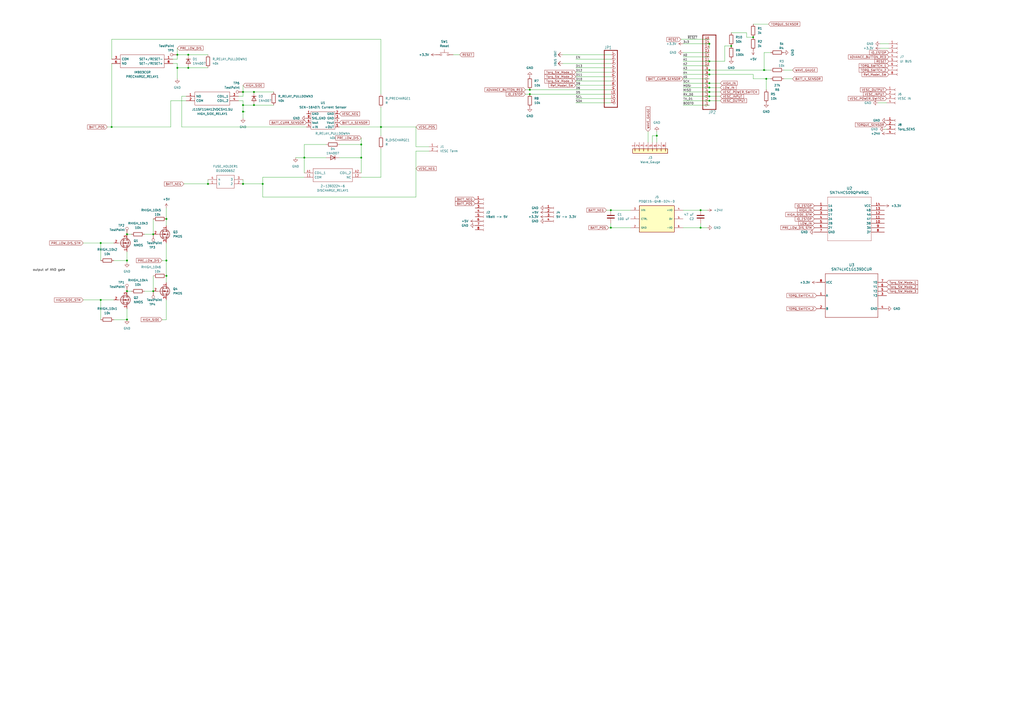
<source format=kicad_sch>
(kicad_sch (version 20230121) (generator eeschema)
  (paper "A2")
  (junction (at 411.48 48.26))
  (junction (at 436.88 21.59))
  (junction (at 411.48 53.34))
  (junction (at 307.34 52.07))
  (junction (at 381 78.74))
  (junction (at 96.52 151.13))
  (junction (at 58.42 140.97))
  (junction (at 444.5 45.72))
  (junction (at 120.65 106.68))
  (junction (at 140.97 60.96))
  (junction (at 88.9 135.89))
  (junction (at 109.22 31.75))
  (junction (at 209.55 91.44))
  (junction (at 147.32 53.34))
  (junction (at 354.33 132.08))
  (junction (at 73.66 135.89))
  (junction (at 64.77 73.66))
  (junction (at 411.48 50.8))
  (junction (at 96.52 127))
  (junction (at 140.97 64.77))
  (junction (at 88.9 168.91))
  (junction (at 176.53 91.44))
  (junction (at 73.66 168.91))
  (junction (at 109.22 39.37))
  (junction (at 411.48 40.64))
  (junction (at 411.48 43.18))
  (junction (at 102.87 39.37))
  (junction (at 152.4 106.68))
  (junction (at 424.18 26.67))
  (junction (at 406.4 132.08))
  (junction (at 140.97 106.68))
  (junction (at 73.66 151.13))
  (junction (at 406.4 121.92))
  (junction (at 73.66 185.42))
  (junction (at 354.33 121.92))
  (junction (at 147.32 60.96))
  (junction (at 307.34 54.61))
  (junction (at 411.48 55.88))
  (junction (at 411.48 25.4))
  (junction (at 96.52 160.02))
  (junction (at 443.23 40.64))
  (junction (at 140.97 53.34))
  (junction (at 209.55 83.82))
  (junction (at 411.48 58.42))
  (junction (at 58.42 173.99))
  (junction (at 411.48 35.56))
  (junction (at 220.98 73.66))
  (junction (at 102.87 31.75))
  (wire (pts (xy 102.87 39.37) (xy 102.87 45.72)))
  (wire (pts (xy 411.48 58.42) (xy 417.83 58.42)) (stroke (width 0.1524)))
  (wire (pts (xy 109.22 31.75) (xy 120.65 31.75)))
  (wire (pts (xy 140.97 60.96) (xy 140.97 64.77)))
  (wire (pts (xy 140.97 104.14) (xy 140.97 106.68)))
  (wire (pts (xy 58.42 151.13) (xy 58.42 140.97)))
  (wire (pts (xy 396.24 132.08) (xy 406.4 132.08)))
  (wire (pts (xy 140.97 55.88) (xy 138.43 55.88)))
  (wire (pts (xy 353.06 132.08) (xy 354.33 132.08)))
  (wire (pts (xy 96.52 140.97) (xy 96.52 151.13)))
  (wire (pts (xy 96.52 151.13) (xy 96.52 160.02)))
  (wire (pts (xy 102.87 31.75) (xy 102.87 34.29)))
  (wire (pts (xy 436.88 13.97) (xy 445.77 13.97)))
  (wire (pts (xy 73.66 151.13) (xy 73.66 152.4)))
  (wire (pts (xy 354.33 57.15) (xy 334.01 57.15)) (stroke (width 0.1524)))
  (wire (pts (xy 152.4 102.87) (xy 176.53 102.87)))
  (wire (pts (xy 96.52 160.02) (xy 96.52 163.83)))
  (wire (pts (xy 152.4 106.68) (xy 152.4 114.3)))
  (wire (pts (xy 73.66 146.05) (xy 73.66 151.13)))
  (wire (pts (xy 107.95 58.42) (xy 99.06 58.42)))
  (wire (pts (xy 411.48 25.4) (xy 411.48 27.94)) (stroke (width 0.1524)))
  (wire (pts (xy 351.79 121.92) (xy 354.33 121.92)))
  (wire (pts (xy 509.27 59.69) (xy 514.35 59.69)))
  (wire (pts (xy 220.98 86.36) (xy 220.98 102.87)))
  (wire (pts (xy 99.06 73.66) (xy 64.77 73.66)))
  (wire (pts (xy 105.41 55.88) (xy 107.95 55.88)))
  (wire (pts (xy 176.53 100.33) (xy 176.53 91.44)))
  (wire (pts (xy 196.85 73.66) (xy 220.98 73.66)))
  (wire (pts (xy 354.33 132.08) (xy 354.33 129.54)))
  (wire (pts (xy 105.41 55.88) (xy 105.41 73.66)))
  (wire (pts (xy 209.55 80.01) (xy 209.55 83.82)))
  (wire (pts (xy 304.8 54.61) (xy 307.34 54.61)) (stroke (width 0.1524)))
  (wire (pts (xy 354.33 44.45) (xy 334.01 44.45)) (stroke (width 0.1524)))
  (wire (pts (xy 140.97 53.34) (xy 147.32 53.34)))
  (wire (pts (xy 307.34 52.07) (xy 354.33 52.07)) (stroke (width 0.1524)))
  (wire (pts (xy 420.37 26.67) (xy 424.18 26.67)))
  (wire (pts (xy 410.21 132.08) (xy 406.4 132.08)))
  (wire (pts (xy 381 78.74) (xy 381 82.55)))
  (wire (pts (xy 140.97 49.53) (xy 140.97 53.34)))
  (wire (pts (xy 96.52 173.99) (xy 96.52 185.42)))
  (wire (pts (xy 354.33 49.53) (xy 334.01 49.53)) (stroke (width 0.1524)))
  (wire (pts (xy 326.39 31.75) (xy 354.33 31.75)) (stroke (width 0.1524)))
  (wire (pts (xy 241.3 73.66) (xy 241.3 85.09)))
  (wire (pts (xy 354.33 121.92) (xy 365.76 121.92)))
  (wire (pts (xy 396.24 53.34) (xy 411.48 53.34)) (stroke (width 0.1524)))
  (wire (pts (xy 334.01 34.29) (xy 354.33 34.29)) (stroke (width 0.1524)))
  (wire (pts (xy 354.33 39.37) (xy 334.01 39.37)) (stroke (width 0.1524)))
  (wire (pts (xy 444.5 45.72) (xy 443.23 45.72)))
  (wire (pts (xy 396.24 25.4) (xy 411.48 25.4)) (stroke (width 0.1524)))
  (wire (pts (xy 105.41 73.66) (xy 177.8 73.66)))
  (wire (pts (xy 83.82 168.91) (xy 88.9 168.91)))
  (wire (pts (xy 444.5 45.72) (xy 444.5 52.07)))
  (wire (pts (xy 176.53 91.44) (xy 189.23 91.44)))
  (wire (pts (xy 354.33 132.08) (xy 365.76 132.08)))
  (wire (pts (xy 396.24 60.96) (xy 411.48 60.96)) (stroke (width 0.1524)))
  (wire (pts (xy 140.97 64.77) (xy 142.24 64.77)))
  (wire (pts (xy 140.97 60.96) (xy 140.97 58.42)))
  (wire (pts (xy 102.87 31.75) (xy 109.22 31.75)))
  (wire (pts (xy 66.04 151.13) (xy 73.66 151.13)))
  (wire (pts (xy 420.37 35.56) (xy 420.37 26.67)))
  (wire (pts (xy 443.23 30.48) (xy 443.23 40.64)))
  (wire (pts (xy 64.77 36.83) (xy 64.77 73.66)))
  (wire (pts (xy 220.98 73.66) (xy 220.98 78.74)))
  (wire (pts (xy 96.52 120.65) (xy 96.52 127)))
  (wire (pts (xy 220.98 54.61) (xy 220.98 22.86)))
  (wire (pts (xy 411.48 48.26) (xy 396.24 48.26)) (stroke (width 0.1524)))
  (wire (pts (xy 436.88 43.18) (xy 436.88 45.72)) (stroke (width 0.1524)))
  (wire (pts (xy 109.22 39.37) (xy 120.65 39.37)))
  (wire (pts (xy 411.48 38.1) (xy 396.24 38.1)) (stroke (width 0.1524)))
  (wire (pts (xy 406.4 132.08) (xy 406.4 129.54)))
  (wire (pts (xy 436.88 45.72) (xy 443.23 45.72)) (stroke (width 0.1524)))
  (wire (pts (xy 76.2 168.91) (xy 73.66 168.91)))
  (wire (pts (xy 411.48 43.18) (xy 396.24 43.18)) (stroke (width 0.1524)))
  (wire (pts (xy 354.33 36.83) (xy 326.39 36.83)) (stroke (width 0.1524)))
  (wire (pts (xy 424.18 19.05) (xy 433.07 19.05)))
  (wire (pts (xy 454.66 40.64) (xy 459.74 40.64)))
  (wire (pts (xy 411.48 55.88) (xy 417.83 55.88)) (stroke (width 0.1524)))
  (wire (pts (xy 140.97 60.96) (xy 147.32 60.96)))
  (wire (pts (xy 378.46 78.74) (xy 381 78.74)))
  (wire (pts (xy 375.92 76.2) (xy 375.92 82.55)))
  (wire (pts (xy 58.42 173.99) (xy 66.04 173.99)))
  (wire (pts (xy 307.34 54.61) (xy 309.88 54.61)))
  (wire (pts (xy 100.33 36.83) (xy 102.87 36.83)))
  (wire (pts (xy 88.9 160.02) (xy 88.9 168.91)))
  (wire (pts (xy 120.65 106.68) (xy 106.68 106.68)))
  (wire (pts (xy 411.48 40.64) (xy 443.23 40.64)) (stroke (width 0.1524)))
  (wire (pts (xy 220.98 22.86) (xy 64.77 22.86)))
  (wire (pts (xy 120.65 104.14) (xy 120.65 106.68)))
  (wire (pts (xy 241.3 87.63) (xy 248.92 87.63)))
  (wire (pts (xy 396.24 58.42) (xy 411.48 58.42)) (stroke (width 0.1524)))
  (wire (pts (xy 411.48 50.8) (xy 396.24 50.8)) (stroke (width 0.1524)))
  (wire (pts (xy 443.23 40.64) (xy 447.04 40.64)) (stroke (width 0.1524)))
  (wire (pts (xy 510.54 25.4) (xy 515.62 25.4)))
  (wire (pts (xy 241.3 73.66) (xy 220.98 73.66)))
  (wire (pts (xy 102.87 39.37) (xy 109.22 39.37)))
  (wire (pts (xy 396.24 121.92) (xy 406.4 121.92)))
  (wire (pts (xy 196.85 83.82) (xy 209.55 83.82)))
  (wire (pts (xy 309.88 54.61) (xy 354.33 54.61)) (stroke (width 0.1524)))
  (wire (pts (xy 411.48 48.26) (xy 417.83 48.26)) (stroke (width 0.1524)))
  (wire (pts (xy 147.32 60.96) (xy 158.75 60.96)))
  (wire (pts (xy 411.48 50.8) (xy 417.83 50.8)) (stroke (width 0.1524)))
  (wire (pts (xy 334.01 46.99) (xy 354.33 46.99)) (stroke (width 0.1524)))
  (wire (pts (xy 411.48 22.86) (xy 398.78 22.86)) (stroke (width 0.1524)))
  (wire (pts (xy 138.43 58.42) (xy 140.97 58.42)))
  (wire (pts (xy 147.32 53.34) (xy 158.75 53.34)))
  (wire (pts (xy 58.42 173.99) (xy 58.42 185.42)))
  (wire (pts (xy 411.48 33.02) (xy 396.24 33.02)) (stroke (width 0.1524)))
  (wire (pts (xy 420.37 35.56) (xy 411.48 35.56)))
  (wire (pts (xy 96.52 151.13) (xy 93.98 151.13)))
  (wire (pts (xy 396.24 45.72) (xy 411.48 45.72)) (stroke (width 0.1524)))
  (wire (pts (xy 411.48 43.18) (xy 436.88 43.18)) (stroke (width 0.1524)))
  (wire (pts (xy 411.48 55.88) (xy 396.24 55.88)) (stroke (width 0.1524)))
  (wire (pts (xy 189.23 83.82) (xy 176.53 83.82)))
  (wire (pts (xy 396.24 40.64) (xy 411.48 40.64)) (stroke (width 0.1524)))
  (wire (pts (xy 433.07 19.05) (xy 433.07 21.59)))
  (wire (pts (xy 443.23 30.48) (xy 447.04 30.48)))
  (wire (pts (xy 410.21 121.92) (xy 406.4 121.92)))
  (wire (pts (xy 171.45 91.44) (xy 176.53 91.44)))
  (wire (pts (xy 454.66 45.72) (xy 459.74 45.72)))
  (wire (pts (xy 64.77 22.86) (xy 64.77 34.29)))
  (wire (pts (xy 334.01 59.69) (xy 354.33 59.69)) (stroke (width 0.1524)))
  (wire (pts (xy 378.46 82.55) (xy 378.46 78.74)))
  (wire (pts (xy 140.97 68.58) (xy 140.97 64.77)))
  (wire (pts (xy 394.97 22.86) (xy 398.78 22.86)))
  (wire (pts (xy 209.55 91.44) (xy 209.55 100.33)))
  (wire (pts (xy 513.08 74.93) (xy 514.35 74.93)))
  (wire (pts (xy 99.06 58.42) (xy 99.06 73.66)))
  (wire (pts (xy 96.52 127) (xy 96.52 130.81)))
  (wire (pts (xy 433.07 21.59) (xy 436.88 21.59)))
  (wire (pts (xy 444.5 45.72) (xy 447.04 45.72)))
  (wire (pts (xy 152.4 106.68) (xy 152.4 102.87)))
  (wire (pts (xy 381 76.2) (xy 381 78.74)))
  (wire (pts (xy 93.98 185.42) (xy 96.52 185.42)))
  (wire (pts (xy 304.8 52.07) (xy 307.34 52.07)) (stroke (width 0.1524)))
  (wire (pts (xy 62.23 73.66) (xy 64.77 73.66)))
  (wire (pts (xy 396.24 35.56) (xy 411.48 35.56)) (stroke (width 0.1524)))
  (wire (pts (xy 48.26 173.99) (xy 58.42 173.99)))
  (wire (pts (xy 76.2 135.89) (xy 73.66 135.89)))
  (wire (pts (xy 411.48 53.34) (xy 417.83 53.34)) (stroke (width 0.1524)))
  (wire (pts (xy 196.85 91.44) (xy 209.55 91.44)))
  (wire (pts (xy 396.24 30.48) (xy 411.48 30.48)))
  (wire (pts (xy 241.3 85.09) (xy 248.92 85.09)))
  (wire (pts (xy 102.87 39.37) (xy 102.87 36.83)))
  (wire (pts (xy 48.26 140.97) (xy 58.42 140.97)))
  (wire (pts (xy 88.9 127) (xy 88.9 135.89)))
  (wire (pts (xy 73.66 179.07) (xy 73.66 185.42)))
  (wire (pts (xy 140.97 106.68) (xy 152.4 106.68)))
  (wire (pts (xy 220.98 62.23) (xy 220.98 73.66)))
  (wire (pts (xy 140.97 53.34) (xy 140.97 55.88)))
  (wire (pts (xy 152.4 114.3) (xy 241.3 114.3)))
  (wire (pts (xy 66.04 185.42) (xy 73.66 185.42)))
  (wire (pts (xy 443.23 40.64) (xy 444.5 40.64)))
  (wire (pts (xy 58.42 140.97) (xy 66.04 140.97)))
  (wire (pts (xy 220.98 102.87) (xy 209.55 102.87)))
  (wire (pts (xy 241.3 87.63) (xy 241.3 114.3)))
  (wire (pts (xy 176.53 83.82) (xy 176.53 91.44)))
  (wire (pts (xy 102.87 27.94) (xy 102.87 31.75)))
  (wire (pts (xy 334.01 41.91) (xy 354.33 41.91)) (stroke (width 0.1524)))
  (wire (pts (xy 83.82 135.89) (xy 88.9 135.89)))
  (wire (pts (xy 102.87 34.29) (xy 100.33 34.29)))
  (wire (pts (xy 209.55 83.82) (xy 209.55 91.44)))
  (wire (pts (xy 262.89 31.75) (xy 266.7 31.75)))
  (wire (pts (xy 510.54 27.94) (xy 515.62 27.94)))
  (label "D11" (at 334.01 44.45 0) (effects (font (size 1.2446 1.2446))))
  (label "A3" (at 396.24 40.64 0) (effects (font (size 1.2446 1.2446))))
  (label "output of AND gate" (at 19.05 157.48 0))
  (label "MOSI" (at 396.24 50.8 0) (effects (font (size 1.2446 1.2446))))
  (label "3v3" (at 396.24 25.4 0))
  (label "A5" (at 396.24 45.72 0) (effects (font (size 1.2446 1.2446))))
  (label "D13" (at 334.01 39.37 0) (effects (font (size 1.2446 1.2446))))
  (label "EN" (at 334.01 34.29 0) (effects (font (size 1.2446 1.2446))))
  (label "D5" (at 334.01 54.61 0) (effects (font (size 1.2446 1.2446))))
  (label "RX_D0" (at 396.24 55.88 0) (effects (font (size 1.2446 1.2446))))
  (label "SDA" (at 334.01 59.69 0) (effects (font (size 1.2446 1.2446))))
  (label "D6" (at 334.01 52.07 0) (effects (font (size 1.2446 1.2446))))
  (label "D9" (at 334.01 49.53 0) (effects (font (size 1.2446 1.2446))))
  (label "A2" (at 396.24 38.1 0) (effects (font (size 1.2446 1.2446))))
  (label "D10" (at 334.01 46.99 0) (effects (font (size 1.2446 1.2446))))
  (label "TX_D1" (at 396.24 58.42 0) (effects (font (size 1.2446 1.2446))))
  (label "A0" (at 396.24 33.02 0) (effects (font (size 1.2446 1.2446))))
  (label "SCL" (at 334.01 57.15 0) (effects (font (size 1.2446 1.2446))))
  (label "MISO" (at 396.24 53.34 0) (effects (font (size 1.2446 1.2446))))
  (label "A1" (at 396.24 35.56 0) (effects (font (size 1.2446 1.2446))))
  (label "A4" (at 396.24 43.18 0) (effects (font (size 1.2446 1.2446))))
  (label "D12" (at 334.01 41.91 0) (effects (font (size 1.2446 1.2446))))
  (label "~{RESET}" (at 398.78 22.86 0) (effects (font (size 1.2446 1.2446))))
  (label "BOOT0" (at 396.24 60.96 0) (effects (font (size 1.2446 1.2446))))
  (label "SCK" (at 396.24 48.26 0) (effects (font (size 1.2446 1.2446))))
  (global_label "VESC_POS" (shape input) (at 241.3 73.66 0) (property "Intersheetrefs" "${INTERSHEET_REFS}" (effects hide)))
  (global_label "BATT_V_SENSOR" (shape input) (at 196.85 71.12 0) (property "Intersheetrefs" "${INTERSHEET_REFS}" (effects hide)))
  (global_label "HIGH_SIDE" (shape input) (at 93.98 185.42 180) (property "Intersheetrefs" "${INTERSHEET_REFS}" (effects hide)))
  (global_label "VESC_INPUT" (shape input) (at 514.35 54.61 180) (property "Intersheetrefs" "${INTERSHEET_REFS}" (effects hide)))
  (global_label "TORQUE_SENSOR" (shape input) (at 445.77 13.97 0) (property "Intersheetrefs" "${INTERSHEET_REFS}" (effects hide)))
  (global_label "LOW_IN" (shape input) (at 472.44 129.54 180) (property "Intersheetrefs" "${INTERSHEET_REFS}" (effects hide)))
  (global_label "Torq_SW_Mode_2" (shape input) (at 514.35 166.37 0) (property "Intersheetrefs" "${INTERSHEET_REFS}" (effects hide)))
  (global_label "Torq_SW_Mode_1" (shape input) (at 514.35 163.83 0) (property "Intersheetrefs" "${INTERSHEET_REFS}" (effects hide)))
  (global_label "PRE_LOW_DIS" (shape input) (at 102.87 27.94 0) (property "Intersheetrefs" "${INTERSHEET_REFS}" (effects hide)))
  (global_label "BATT_NEG" (shape input) (at 351.79 121.92 180) (property "Intersheetrefs" "${INTERSHEET_REFS}" (effects hide)))
  (global_label "BATT_POS" (shape input) (at 353.06 132.08 180) (property "Intersheetrefs" "${INTERSHEET_REFS}" (effects hide)))
  (global_label "VESC_POWER_SWITCH" (shape input) (at 417.83 53.34 0) (property "Intersheetrefs" "${INTERSHEET_REFS}" (effects hide)))
  (global_label "IO_ESTOP" (shape input) (at 304.8 54.61 180) (property "Intersheetrefs" "${INTERSHEET_REFS}" (effects hide)))
  (global_label "TORQUE_SENSOR" (shape input) (at 514.35 72.39 180) (property "Intersheetrefs" "${INTERSHEET_REFS}" (effects hide)))
  (global_label "HIGH_SIDE" (shape input) (at 140.97 49.53 0) (property "Intersheetrefs" "${INTERSHEET_REFS}" (effects hide)))
  (global_label "PRE_LOW_DIS" (shape input) (at 93.98 151.13 180) (property "Intersheetrefs" "${INTERSHEET_REFS}" (effects hide)))
  (global_label "BATT_V_SENSOR" (shape input) (at 459.74 45.72 0) (property "Intersheetrefs" "${INTERSHEET_REFS}" (effects hide)))
  (global_label "VESC_NEG" (shape input) (at 241.3 97.79 0) (property "Intersheetrefs" "${INTERSHEET_REFS}" (effects hide)))
  (global_label "RESET" (shape input) (at 266.7 31.75 0) (property "Intersheetrefs" "${INTERSHEET_REFS}" (effects hide)))
  (global_label "PRE_LOW_DIS_STM" (shape input) (at 48.26 140.97 180) (property "Intersheetrefs" "${INTERSHEET_REFS}" (effects hide)))
  (global_label "BATT_POS" (shape input) (at 62.23 73.66 180) (property "Intersheetrefs" "${INTERSHEET_REFS}" (effects hide)))
  (global_label "HIGH_IN" (shape input) (at 417.83 48.26 0) (property "Intersheetrefs" "${INTERSHEET_REFS}" (effects hide)))
  (global_label "BATT_CURR_SENSOR" (shape input) (at 396.24 45.72 180) (property "Intersheetrefs" "${INTERSHEET_REFS}" (effects hide)))
  (global_label "IO_ESTOP" (shape input) (at 472.44 127 180) (property "Intersheetrefs" "${INTERSHEET_REFS}" (effects hide)))
  (global_label "WAVE_GAUGE" (shape input) (at 375.92 76.2 90) (property "Intersheetrefs" "${INTERSHEET_REFS}" (effects hide)))
  (global_label "ADVANCE_BUTTON_RED" (shape input) (at 515.62 33.02 180) (property "Intersheetrefs" "${INTERSHEET_REFS}" (effects hide)))
  (global_label "TORQ_SWITCH_2" (shape input) (at 473.71 179.07 180) (property "Intersheetrefs" "${INTERSHEET_REFS}" (effects hide)))
  (global_label "BATT_NEG" (shape input) (at 275.59 115.57 180) (property "Intersheetrefs" "${INTERSHEET_REFS}" (effects hide)))
  (global_label "ADVANCE_BUTTON_RED" (shape input) (at 304.8 52.07 180) (property "Intersheetrefs" "${INTERSHEET_REFS}" (effects hide)))
  (global_label "IO_ESTOP" (shape input) (at 472.44 119.38 180) (property "Intersheetrefs" "${INTERSHEET_REFS}" (effects hide)))
  (global_label "Torq_SW_Mode_3" (shape input) (at 514.35 168.91 0) (property "Intersheetrefs" "${INTERSHEET_REFS}" (effects hide)))
  (global_label "Ref_Model_SW" (shape input) (at 334.01 49.53 180) (property "Intersheetrefs" "${INTERSHEET_REFS}" (effects hide)))
  (global_label "VESC_POWER_SWITCH" (shape input) (at 514.35 57.15 180) (property "Intersheetrefs" "${INTERSHEET_REFS}" (effects hide)))
  (global_label "LOW_IN" (shape input) (at 417.83 50.8 0) (property "Intersheetrefs" "${INTERSHEET_REFS}" (effects hide)))
  (global_label "Torq_SW_Mode_3" (shape input) (at 334.01 46.99 180) (property "Intersheetrefs" "${INTERSHEET_REFS}" (effects hide)))
  (global_label "VESC_OUTPUT" (shape input) (at 514.35 52.07 180) (property "Intersheetrefs" "${INTERSHEET_REFS}" (effects hide)))
  (global_label "HIGH_IN" (shape input) (at 472.44 121.92 180) (property "Intersheetrefs" "${INTERSHEET_REFS}" (effects hide)))
  (global_label "Torq_SW_Mode_1" (shape input) (at 334.01 41.91 180) (property "Intersheetrefs" "${INTERSHEET_REFS}" (effects hide)))
  (global_label "RESET" (shape input) (at 515.62 35.56 180) (property "Intersheetrefs" "${INTERSHEET_REFS}" (effects hide)))
  (global_label "Torq_SW_Mode_2" (shape input) (at 334.01 44.45 180) (property "Intersheetrefs" "${INTERSHEET_REFS}" (effects hide)))
  (global_label "WAVE_GAUGE" (shape input) (at 459.74 40.64 0) (property "Intersheetrefs" "${INTERSHEET_REFS}" (effects hide)))
  (global_label "PRE_LOW_DIS_STM" (shape input) (at 472.44 132.08 180) (property "Intersheetrefs" "${INTERSHEET_REFS}" (effects hide)))
  (global_label "TORQ_SWITCH_2" (shape input) (at 515.62 40.64 180) (property "Intersheetrefs" "${INTERSHEET_REFS}" (effects hide)))
  (global_label "VESC_INPUT" (shape input) (at 417.83 55.88 0) (property "Intersheetrefs" "${INTERSHEET_REFS}" (effects hide)))
  (global_label "BATT_POS" (shape input) (at 275.59 118.11 180) (property "Intersheetrefs" "${INTERSHEET_REFS}" (effects hide)))
  (global_label "PRE_LOW_DIS" (shape input) (at 209.55 80.01 180) (property "Intersheetrefs" "${INTERSHEET_REFS}" (effects hide)))
  (global_label "TORQ_SWITCH_1" (shape input) (at 515.62 38.1 180) (property "Intersheetrefs" "${INTERSHEET_REFS}" (effects hide)))
  (global_label "TORQ_SWITCH_1" (shape input) (at 473.71 171.45 180) (property "Intersheetrefs" "${INTERSHEET_REFS}" (effects hide)))
  (global_label "BATT_CURR_SENSOR" (shape input) (at 177.8 71.12 180) (property "Intersheetrefs" "${INTERSHEET_REFS}" (effects hide)))
  (global_label "VESC_OUTPUT" (shape input) (at 417.83 58.42 0) (property "Intersheetrefs" "${INTERSHEET_REFS}" (effects hide)))
  (global_label "RESET" (shape input) (at 394.97 22.86 180) (property "Intersheetrefs" "${INTERSHEET_REFS}" (effects hide)))
  (global_label "VESC_NEG" (shape input) (at 196.85 66.04 0) (property "Intersheetrefs" "${INTERSHEET_REFS}" (effects hide)))
  (global_label "HIGH_SIDE_STM" (shape input) (at 48.26 173.99 180) (property "Intersheetrefs" "${INTERSHEET_REFS}" (effects hide)))
  (global_label "BATT_NEG" (shape input) (at 106.68 106.68 180) (property "Intersheetrefs" "${INTERSHEET_REFS}" (effects hide)))
  (global_label "IO_ESTOP" (shape input) (at 515.62 30.48 180) (property "Intersheetrefs" "${INTERSHEET_REFS}" (effects hide)))
  (global_label "Ref_Model_SW" (shape input) (at 515.62 43.18 180) (property "Intersheetrefs" "${INTERSHEET_REFS}" (effects hide)))
  (global_label "HIGH_SIDE_STM" (shape input) (at 472.44 124.46 180) (property "Intersheetrefs" "${INTERSHEET_REFS}" (effects hide)))
  (symbol (lib_id "Connector:TestPoint") (at 73.66 168.91 0) (unit 1)
    (property "Reference" "TP1" (at 68.58 163.83 0) (effects (justify left)))
    (property "Value" "TestPoint" (at 63.5 166.37 0) (effects (justify left)))
    (property "Footprint" "TestPoint:TestPoint_THTPad_4.0x4.0mm_Drill2.0mm" (effects hide))
  )
  (symbol (lib_id "Adafruit Feather STM32F405 Express-eagle-import:microbuilder_VBUS") (at 323.85 36.83 90) (unit 1)
    (property "Reference" "#U$02" (effects hide))
    (property "Value" "VBUS" (at 322.834 38.354 0) (effects (font (size 1.27 1.0795)) (justify left bottom)))
  )
  (symbol (lib_id "Transistor_FET:2N7000") (at 71.12 140.97 0) (unit 1)
    (property "Reference" "Q1" (at 77.47 139.6999 0) (effects (justify left)))
    (property "Value" "NMOS" (at 77.47 142.2399 0) (effects (justify left)))
    (property "Footprint" "Library:WEC_NMOS" (effects hide))
    (property "Datasheet" "https://www.vishay.com/docs/70226/70226.pdf" (effects hide))
  )
  (symbol (lib_id "power:+24V") (at 514.35 77.47 90) (unit 1)
    (property "Reference" "#PWR025" (effects hide))
    (property "Value" "+24V" (at 510.54 77.47 90) (effects (justify left)))
  )
  (symbol (lib_id "Device:R") (at 220.98 82.55 180) (unit 1)
    (property "Reference" "R_DISCHARGE1" (at 223.52 81.2799 0) (effects (justify right)))
    (property "Value" "R" (at 223.52 83.8199 0) (effects (justify right)))
    (property "Footprint" "Resistor_THT:R_Axial_Power_L48.0mm_W12.5mm_P55.88mm" (effects hide))
  )
  (symbol (lib_name "GND_1") (lib_id "power:GND") (at 444.5 59.69 0) (unit 1)
    (property "Reference" "#PWR08" (effects hide))
    (property "Value" "GND" (at 444.5 64.77 0))
  )
  (symbol (lib_name "GND_7") (lib_id "power:GND") (at 424.18 34.29 0) (unit 1)
    (property "Reference" "#PWR017" (effects hide))
    (property "Value" "GND" (at 424.18 39.37 0))
  )
  (symbol (lib_id "MECC-SEN-16407:SEN-16407") (at 180.34 64.77 0) (unit 1)
    (property "Reference" "U1" (at 187.325 59.69 0))
    (property "Value" "SEN-16407: Current Sensor" (at 187.325 62.23 0))
    (property "Footprint" "MECC-SEN-16407:SEN-16407" (effects hide))
  )
  (symbol (lib_id "Device:R") (at 307.34 48.26 0) (unit 1)
    (property "Reference" "R7" (at 309.88 46.99 0) (effects (justify left)))
    (property "Value" "10k" (at 309.88 49.53 0) (effects (justify left)))
    (property "Footprint" "Resistor_THT:R_Axial_DIN0204_L3.6mm_D1.6mm_P7.62mm_Horizontal" (effects hide))
  )
  (symbol (lib_id "power:GND") (at 472.44 134.62 270) (unit 1)
    (property "Reference" "#PWR026" (effects hide))
    (property "Value" "GND" (at 468.63 134.62 90) (effects (justify right)))
  )
  (symbol (lib_id "Device:Q_PMOS_DGS") (at 93.98 135.89 0) (unit 1)
    (property "Reference" "Q3" (at 100.33 134.6199 0) (effects (justify left)))
    (property "Value" "PMOS" (at 100.33 137.1599 0) (effects (justify left)))
    (property "Footprint" "Library:WEC_PMOS" (effects hide))
    (property "Datasheet" "https://www.vishay.com/docs/91076/91076.pdf" (effects hide))
  )
  (symbol (lib_id "Device:Q_PMOS_DGS") (at 93.98 168.91 0) (unit 1)
    (property "Reference" "Q4" (at 100.33 167.6399 0) (effects (justify left)))
    (property "Value" "PMOS" (at 100.33 170.1799 0) (effects (justify left)))
    (property "Footprint" "Library:WEC_PMOS" (effects hide))
    (property "Datasheet" "https://www.vishay.com/docs/91076/91076.pdf" (effects hide))
  )
  (symbol (lib_name "GND_1") (lib_id "power:GND") (at 307.34 44.45 180) (unit 1)
    (property "Reference" "#PWR09" (effects hide))
    (property "Value" "GND" (at 307.34 39.37 0))
  )
  (symbol (lib_id "MECC-Discharge-relay:2-1393224-6") (at 176.53 100.33 0) (unit 1)
    (property "Reference" "DISCHARGE_RELAY1" (at 193.04 110.49 0))
    (property "Value" "2-1393224-6" (at 193.04 107.95 0))
    (property "Footprint" "MECC-Discharge-relay:213932246" (effects hide))
    (property "Datasheet" "https://www.te.com/commerce/DocumentDelivery/DDEController?Action=srchrtrv&DocNm=RYII&DocType=Data+Sheet&DocLang=English&PartCntxt=2-1393224-6&DocFormat=pdf" (effects hide))
    (property "Description" "Power Relays, Standard, Monostable, DC, 223 mW Coil Power Rating DC, 112  Coil Resistance, SCHRACK Miniature Power PCB RYII" (effects hide))
    (property "Height" "13" (effects hide))
    (property "Mouser Part Number" "655-2-1393224-6" (effects hide))
    (property "Mouser Price/Stock" "https://www.mouser.co.uk/ProductDetail/TE-Connectivity/2-1393224-6?qs=cmykpc0%252BXL7%2FRi07z8c%2F6w%3D%3D" (effects hide))
    (property "Manufacturer_Name" "TE Connectivity" (effects hide))
    (property "Manufacturer_Part_Number" "2-1393224-6" (effects hide))
  )
  (symbol (lib_id "power:+5V") (at 96.52 120.65 0) (unit 1)
    (property "Reference" "#PWR0102" (effects hide))
    (property "Value" "+5V" (at 96.52 115.57 0))
  )
  (symbol (lib_id "Connector:TestPoint") (at 88.9 135.89 180) (unit 1)
    (property "Reference" "TP3" (at 90.17 143.51 0) (effects (justify left)))
    (property "Value" "TestPoint" (at 93.98 140.97 0) (effects (justify left)))
    (property "Footprint" "TestPoint:TestPoint_THTPad_4.0x4.0mm_Drill2.0mm" (effects hide))
  )
  (symbol (lib_id "Switch:SW_Push") (at 257.81 31.75 0) (unit 1)
    (property "Reference" "SW1" (at 257.81 24.13 0))
    (property "Value" "Reset" (at 257.81 26.67 0))
    (property "Footprint" "Button_Switch_SMD:SW_SPST_SKQG_WithoutStem" (effects hide))
  )
  (symbol (lib_id "MECC-Precharge-relay:IMB03CGR") (at 100.33 36.83 180) (unit 1)
    (property "Reference" "PRECHARGE_RELAY1" (at 82.55 44.45 0))
    (property "Value" "IMB03CGR" (at 82.55 41.91 0))
    (property "Footprint" "MECC-Precharge-relay:IMB03CGR" (effects hide))
    (property "Datasheet" "http://www.te.com/commerce/DocumentDelivery/DDEController?Action=showdoc&DocId=Specification+Or+Standard%7F108-98024%7FG%7Fpdf%7FEnglish%7FENG_SS_108-98024_G.pdf%7F1462041-7" (effects hide))
    (property "Description" "TE CONNECTIVITY - IMB03CGR - RELAY, SIGNAL, 1NO, 250VAC, 220VDC, 2A" (effects hide))
    (property "Height" "5" (effects hide))
    (property "Mouser Part Number" "655-IMB03CGR" (effects hide))
    (property "Mouser Price/Stock" "https://www.mouser.co.uk/ProductDetail/TE-Connectivity/IMB03CGR?qs=g%252BEszo6zu8MDgyfKdF9yIA%3D%3D" (effects hide))
    (property "Manufacturer_Name" "TE Connectivity" (effects hide))
    (property "Manufacturer_Part_Number" "IMB03CGR" (effects hide))
  )
  (symbol (lib_name "GND_1") (lib_id "power:GND") (at 454.66 30.48 90) (unit 1)
    (property "Reference" "#PWR07" (effects hide))
    (property "Value" "GND" (at 459.74 30.48 0))
  )
  (symbol (lib_id "Device:R") (at 62.23 151.13 270) (unit 1)
    (property "Reference" "RHIGH_10k2" (at 62.23 144.78 90))
    (property "Value" "10k" (at 62.23 147.32 90))
    (property "Footprint" "Resistor_THT:R_Axial_DIN0204_L3.6mm_D1.6mm_P7.62mm_Horizontal" (effects hide))
  )
  (symbol (lib_id "Diode:1N4007") (at 109.22 35.56 270) (unit 1)
    (property "Reference" "D1" (at 111.76 34.2899 90) (effects (justify left)))
    (property "Value" "1N4007" (at 111.76 36.8299 90) (effects (justify left)))
    (property "Footprint" "Diode_THT:D_DO-41_SOD81_P10.16mm_Horizontal" (effects hide))
    (property "Datasheet" "http://www.vishay.com/docs/88503/1n4001.pdf" (effects hide))
  )
  (symbol (lib_id "Device:R") (at 92.71 127 90) (unit 1)
    (property "Reference" "RHIGH_10k5" (at 87.63 121.92 90))
    (property "Value" "10k" (at 91.44 124.46 90))
    (property "Footprint" "Resistor_THT:R_Axial_DIN0204_L3.6mm_D1.6mm_P7.62mm_Horizontal" (effects hide))
  )
  (symbol (lib_id "Connector_Generic:Conn_01x08") (at 375.92 87.63 90) (mirror x) (unit 1)
    (property "Reference" "J3" (at 377.19 91.44 90))
    (property "Value" "Wave_Gauge" (at 377.19 93.98 90))
    (property "Footprint" "Connector_RJ:RJ45_Amphenol_RJHSE538X" (effects hide))
  )
  (symbol (lib_id "Device:R") (at 307.34 58.42 180) (unit 1)
    (property "Reference" "R8" (at 309.88 57.15 0) (effects (justify right)))
    (property "Value" "10k" (at 309.88 59.69 0) (effects (justify right)))
    (property "Footprint" "Resistor_THT:R_Axial_DIN0204_L3.6mm_D1.6mm_P7.62mm_Horizontal" (effects hide))
  )
  (symbol (lib_id "power:GND") (at 140.97 68.58 0) (unit 1)
    (property "Reference" "#PWR0104" (effects hide))
    (property "Value" "GND" (at 140.97 73.66 0))
  )
  (symbol (lib_id "Device:R") (at 220.98 58.42 180) (unit 1)
    (property "Reference" "R_PRECHARGE1" (at 223.52 57.1499 0) (effects (justify right)))
    (property "Value" "R" (at 223.52 59.6899 0) (effects (justify right)))
    (property "Footprint" "Resistor_THT:R_Axial_Power_L48.0mm_W12.5mm_P55.88mm" (effects hide))
  )
  (symbol (lib_id "Connector:TestPoint") (at 140.97 53.34 90) (unit 1)
    (property "Reference" "TP6" (at 137.16 48.26 90))
    (property "Value" "TestPoint" (at 134.62 50.8 90))
    (property "Footprint" "TestPoint:TestPoint_THTPad_4.0x4.0mm_Drill2.0mm" (effects hide))
  )
  (symbol (lib_id "SN74HCS09QPWRQ1:SN74HCS09QPWRQ1") (at 472.44 119.38 0) (unit 1)
    (property "Reference" "U2" (at 492.76 109.22 0) (effects (font (size 1.524 1.524))))
    (property "Value" "SN74HCS09QPWRQ1" (at 492.76 111.76 0) (effects (font (size 1.524 1.524))))
    (property "Footprint" "SN74HCS09QPWRQ1:SO14_PW_TEX" (effects hide))
    (property "Datasheet" "SN74HCS09QPWRQ1" (effects hide))
  )
  (symbol (lib_id "Device:R") (at 120.65 35.56 180) (unit 1)
    (property "Reference" "R_RELAY_PULLDOWN1" (at 123.19 34.2899 0) (effects (justify right)))
    (property "Value" "40k" (at 123.19 36.8299 0) (effects (justify right)))
    (property "Footprint" "Resistor_THT:R_Axial_DIN0204_L3.6mm_D1.6mm_P7.62mm_Horizontal" (effects hide))
  )
  (symbol (lib_id "Connector:Conn_01x04_Socket") (at 321.31 123.19 0) (unit 1)
    (property "Reference" "J4" (at 322.58 123.19 0) (effects (justify left)))
    (property "Value" "5V -> 3.3V" (at 322.58 125.73 0) (effects (justify left)))
    (property "Footprint" "Connector_PinHeader_2.54mm:PinHeader_1x04_P2.54mm_Vertical" (effects hide))
  )
  (symbol (lib_id "Device:C") (at 354.33 125.73 0) (unit 1)
    (property "Reference" "C1" (at 358.14 124.46 0) (effects (justify left)))
    (property "Value" "100 uF" (at 358.14 127 0) (effects (justify left)))
    (property "Footprint" "Capacitor_THT:CP_Axial_L11.0mm_D5.0mm_P18.00mm_Horizontal" (effects hide))
  )
  (symbol (lib_id "Device:R") (at 158.75 57.15 180) (unit 1)
    (property "Reference" "R_RELAY_PULLDOWN3" (at 161.29 55.8799 0) (effects (justify right)))
    (property "Value" "40k" (at 161.29 58.4199 0) (effects (justify right)))
    (property "Footprint" "Resistor_THT:R_Axial_DIN0204_L3.6mm_D1.6mm_P7.62mm_Horizontal" (effects hide))
  )
  (symbol (lib_name "GND_6") (lib_id "power:GND") (at 177.8 68.58 270) (unit 1)
    (property "Reference" "#PWR014" (effects hide))
    (property "Value" "GND" (at 173.99 68.58 90) (effects (justify right)))
  )
  (symbol (lib_name "GND_1") (lib_id "power:GND") (at 307.34 62.23 0) (unit 1)
    (property "Reference" "#PWR010" (effects hide))
    (property "Value" "GND" (at 307.34 67.31 0))
  )
  (symbol (lib_id "power:+3.3V") (at 473.71 163.83 90) (unit 1)
    (property "Reference" "#PWR028" (effects hide))
    (property "Value" "+3.3V" (at 469.9 163.83 90) (effects (justify left)))
  )
  (symbol (lib_id "Device:C") (at 406.4 125.73 180) (unit 1)
    (property "Reference" "C2" (at 402.59 127 0) (effects (justify left)))
    (property "Value" "47 uF" (at 402.59 124.46 0) (effects (justify left)))
    (property "Footprint" "Capacitor_THT:CP_Axial_L11.0mm_D5.0mm_P18.00mm_Horizontal" (effects hide))
  )
  (symbol (lib_id "MECC-HV-relay:J115F11AH12VDCSH1.5U") (at 107.95 55.88 0) (unit 1)
    (property "Reference" "HIGH_SIDE_RELAY1" (at 123.19 66.04 0))
    (property "Value" "J115F11AH12VDCSH1.5U" (at 123.19 63.5 0))
    (property "Footprint" "MECC-HV-relay:J115F11AH12VDCSH15U" (effects hide))
    (property "Datasheet" "https://www.citrelay.com/Catalog Pages/RelayCatalog/J115F1.pdf" (effects hide))
    (property "Description" "RELAY GEN PURPOSE SPST 50A 12V" (effects hide))
    (property "Height" "20" (effects hide))
    (property "Manufacturer_Name" "CIT Relay & Switch" (effects hide))
    (property "Manufacturer_Part_Number" "J115F11AH12VDCSH1.5U" (effects hide))
  )
  (symbol (lib_name "+5V_1") (lib_id "power:+5V") (at 436.88 29.21 180) (unit 1)
    (property "Reference" "#PWR015" (effects hide))
    (property "Value" "+5V" (at 436.88 34.29 0))
  )
  (symbol (lib_id "power:GND") (at 73.66 152.4 0) (unit 1)
    (property "Reference" "#PWR0106" (effects hide))
    (property "Value" "GND" (at 73.66 157.48 0))
  )
  (symbol (lib_id "SN74LVC1G139DCUR:SN74LVC1G139DCUR") (at 494.03 171.45 0) (unit 1)
    (property "Reference" "U3" (at 494.03 153.67 0) (effects (font (size 1.524 1.524))))
    (property "Value" "SN74LVC1G139DCUR" (at 494.03 156.21 0) (effects (font (size 1.524 1.524))))
    (property "Footprint" "SN74LVC1G139DCUR:DCU0008A_N" (effects hide))
    (property "Datasheet" "SN74LVC1G139DCUR" (effects hide))
  )
  (symbol (lib_id "power:+3.3V") (at 510.54 27.94 90) (unit 1)
    (property "Reference" "#PWR030" (effects hide))
    (property "Value" "+3.3V" (at 506.73 27.94 90) (effects (justify left)))
  )
  (symbol (lib_id "Device:R") (at 92.71 160.02 90) (unit 1)
    (property "Reference" "RHIGH_10k6" (at 87.63 154.94 90))
    (property "Value" "10k" (at 91.44 157.48 90))
    (property "Footprint" "Resistor_THT:R_Axial_DIN0204_L3.6mm_D1.6mm_P7.62mm_Horizontal" (effects hide))
  )
  (symbol (lib_name "GND_2") (lib_id "power:GND") (at 510.54 25.4 270) (unit 1)
    (property "Reference" "#PWR012" (effects hide))
    (property "Value" "GND" (at 506.73 25.4 90) (effects (justify right)))
  )
  (symbol (lib_id "Diode:1N4007") (at 193.04 91.44 180) (unit 1)
    (property "Reference" "D4" (at 193.04 86.36 0))
    (property "Value" "1N4007" (at 193.04 88.9 0))
    (property "Footprint" "Diode_THT:D_DO-41_SOD81_P10.16mm_Horizontal" (effects hide))
    (property "Datasheet" "http://www.vishay.com/docs/88503/1n4001.pdf" (effects hide))
  )
  (symbol (lib_name "GND_3") (lib_id "power:GND") (at 509.27 59.69 270) (unit 1)
    (property "Reference" "#PWR011" (effects hide))
    (property "Value" "GND" (at 505.46 59.69 90) (effects (justify right)))
  )
  (symbol (lib_id "Device:R") (at 193.04 83.82 270) (unit 1)
    (property "Reference" "R_RELAY_PULLDOWN4" (at 193.04 77.47 90))
    (property "Value" "40k" (at 193.04 80.01 90))
    (property "Footprint" "Resistor_THT:R_Axial_DIN0204_L3.6mm_D1.6mm_P7.62mm_Horizontal" (effects hide))
  )
  (symbol (lib_id "Device:R") (at 436.88 17.78 0) (unit 1)
    (property "Reference" "R1" (at 439.42 16.51 0) (effects (justify left)))
    (property "Value" "3k" (at 439.42 19.05 0) (effects (justify left)))
    (property "Footprint" "Resistor_THT:R_Axial_DIN0204_L3.6mm_D1.6mm_P7.62mm_Horizontal" (effects hide))
  )
  (symbol (lib_id "Connector:Conn_01x02_Socket") (at 254 85.09 0) (unit 1)
    (property "Reference" "J1" (at 255.27 85.09 0) (effects (justify left)))
    (property "Value" "VESC Term" (at 255.27 87.63 0) (effects (justify left)))
    (property "Footprint" "Connector:Banana_Jack_2Pin" (effects hide))
  )
  (symbol (lib_id "power:GND") (at 410.21 132.08 90) (mirror x) (unit 1)
    (property "Reference" "#PWR021" (effects hide))
    (property "Value" "GND" (at 414.02 132.08 90) (effects (justify right)))
  )
  (symbol (lib_id "power:+3.3V") (at 316.23 125.73 90) (unit 1)
    (property "Reference" "#PWR019" (effects hide))
    (property "Value" "+3.3V" (at 312.42 125.73 90) (effects (justify left)))
  )
  (symbol (lib_id "power:+5V") (at 316.23 123.19 90) (unit 1)
    (property "Reference" "#PWR016" (effects hide))
    (property "Value" "+5V" (at 312.42 123.19 90) (effects (justify left)))
  )
  (symbol (lib_id "Diode:1N4007") (at 147.32 57.15 270) (unit 1)
    (property "Reference" "D3" (at 149.86 55.8799 90) (effects (justify left)))
    (property "Value" "1N4007" (at 149.86 58.4199 90) (effects (justify left)))
    (property "Footprint" "Diode_THT:D_DO-41_SOD81_P10.16mm_Horizontal" (effects hide))
    (property "Datasheet" "http://www.vishay.com/docs/88503/1n4001.pdf" (effects hide))
  )
  (symbol (lib_id "power:GND") (at 171.45 91.44 0) (unit 1)
    (property "Reference" "#PWR0105" (effects hide))
    (property "Value" "GND" (at 171.45 96.52 0))
  )
  (symbol (lib_id "Connector:Conn_01x04_Socket") (at 519.43 54.61 0) (unit 1)
    (property "Reference" "J6" (at 520.7 54.61 0) (effects (justify left)))
    (property "Value" "VESC IN" (at 520.7 57.15 0) (effects (justify left)))
    (property "Footprint" "Connector_Molex:Molex_KK-254_AE-6410-04A_1x04_P2.54mm_Vertical" (effects hide))
  )
  (symbol (lib_id "power:+3.3V") (at 252.73 31.75 90) (unit 1)
    (property "Reference" "#PWR031" (effects hide))
    (property "Value" "+3.3V" (at 248.92 31.75 90) (effects (justify left)))
  )
  (symbol (lib_id "power:GND") (at 275.59 130.81 270) (unit 1)
    (property "Reference" "#PWR013" (effects hide))
    (property "Value" "GND" (at 271.78 130.81 90) (effects (justify right)))
  )
  (symbol (lib_id "power:GND") (at 514.35 179.07 90) (unit 1)
    (property "Reference" "#PWR029" (effects hide))
    (property "Value" "GND" (at 518.16 179.07 90) (effects (justify right)))
  )
  (symbol (lib_id "power:+24V") (at 410.21 121.92 270) (mirror x) (unit 1)
    (property "Reference" "#PWR022" (effects hide))
    (property "Value" "+24V" (at 414.02 121.92 90) (effects (justify left)))
  )
  (symbol (lib_id "Device:R") (at 424.18 30.48 0) (unit 1)
    (property "Reference" "R9" (at 426.72 29.21 0) (effects (justify left)))
    (property "Value" "100k" (at 426.72 31.75 0) (effects (justify left)))
    (property "Footprint" "Resistor_THT:R_Axial_DIN0204_L3.6mm_D1.6mm_P7.62mm_Horizontal" (effects hide))
  )
  (symbol (lib_id "Device:R") (at 450.85 40.64 90) (unit 1)
    (property "Reference" "R3" (at 453.39 35.56 90))
    (property "Value" "10k" (at 453.39 38.1 90))
    (property "Footprint" "Resistor_THT:R_Axial_DIN0204_L3.6mm_D1.6mm_P7.62mm_Horizontal" (effects hide))
  )
  (symbol (lib_id "Connector:Conn_01x08_Socket") (at 280.67 123.19 0) (unit 1)
    (property "Reference" "J2" (at 281.94 123.19 0) (effects (justify left)))
    (property "Value" "VBatt -> 5V" (at 281.94 125.73 0) (effects (justify left)))
    (property "Footprint" "Package_SIP:SIP-8_19x3mm_P2.54mm" (effects hide))
  )
  (symbol (lib_id "Device:R") (at 444.5 55.88 180) (unit 1)
    (property "Reference" "R5" (at 447.04 54.61 0) (effects (justify right)))
    (property "Value" "10k" (at 447.04 57.15 0) (effects (justify right)))
    (property "Footprint" "Resistor_THT:R_Axial_DIN0204_L3.6mm_D1.6mm_P7.62mm_Horizontal" (effects hide))
  )
  (symbol (lib_id "power:GND") (at 316.23 120.65 270) (unit 1)
    (property "Reference" "#PWR018" (effects hide))
    (property "Value" "GND" (at 312.42 120.65 90) (effects (justify right)))
  )
  (symbol (lib_id "Connector:Conn_01x08_Socket") (at 520.7 33.02 0) (unit 1)
    (property "Reference" "J7" (at 521.97 33.02 0) (effects (justify left)))
    (property "Value" "UI BUS" (at 521.97 35.56 0) (effects (justify left)))
    (property "Footprint" "Connector_Molex:Molex_KK-254_AE-6410-08A_1x08_P2.54mm_Vertical" (effects hide))
  )
  (symbol (lib_name "GND_3") (lib_id "power:GND") (at 513.08 74.93 270) (unit 1)
    (property "Reference" "#PWR023" (effects hide))
    (property "Value" "GND" (at 509.27 74.93 90) (effects (justify right)))
  )
  (symbol (lib_id "power:+5V") (at 275.59 128.27 90) (unit 1)
    (property "Reference" "#PWR03" (effects hide))
    (property "Value" "+5V" (at 271.78 128.27 90) (effects (justify left)))
  )
  (symbol (lib_name "GND_1") (lib_id "power:GND") (at 381 76.2 180) (unit 1)
    (property "Reference" "#PWR06" (effects hide))
    (property "Value" "GND" (at 381 71.12 0))
  )
  (symbol (lib_id "power:+3.3V") (at 396.24 25.4 90) (unit 1)
    (property "Reference" "#PWR02" (effects hide))
    (property "Value" "+3.3V" (at 392.43 25.4 90) (effects (justify left)))
  )
  (symbol (lib_id "Adafruit Feather STM32F405 Express-eagle-import:microbuilder_HEADER-1X16ROUND") (at 408.94 43.18 180) (unit 1)
    (property "Reference" "JP2" (at 415.29 64.135 0) (effects (font (size 1.778 1.5113)) (justify left bottom)))
    (property "Value" "HEADER-1X16ROUND" (effects hide))
    (property "Footprint" "Connector_PinHeader_2.54mm:PinHeader_1x16_P2.54mm_Vertical" (effects hide))
  )
  (symbol (lib_id "Connector:TestPoint") (at 102.87 31.75 90) (mirror x) (unit 1)
    (property "Reference" "TP5" (at 99.06 29.21 90))
    (property "Value" "TestPoint" (at 96.52 26.67 90))
    (property "Footprint" "TestPoint:TestPoint_THTPad_4.0x4.0mm_Drill2.0mm" (effects hide))
  )
  (symbol (lib_id "Connector:TestPoint") (at 73.66 135.89 0) (unit 1)
    (property "Reference" "TP2" (at 68.58 130.81 0) (effects (justify left)))
    (property "Value" "TestPoint" (at 63.5 133.35 0) (effects (justify left)))
    (property "Footprint" "TestPoint:TestPoint_THTPad_4.0x4.0mm_Drill2.0mm" (effects hide))
  )
  (symbol (lib_id "Device:R") (at 62.23 185.42 270) (unit 1)
    (property "Reference" "RHIGH_10k1" (at 62.23 179.07 90))
    (property "Value" "10k" (at 62.23 181.61 90))
    (property "Footprint" "Resistor_THT:R_Axial_DIN0204_L3.6mm_D1.6mm_P7.62mm_Horizontal" (effects hide))
  )
  (symbol (lib_id "Transistor_FET:2N7000") (at 71.12 173.99 0) (unit 1)
    (property "Reference" "Q2" (at 77.47 172.7199 0) (effects (justify left)))
    (property "Value" "NMOS" (at 77.47 175.2599 0) (effects (justify left)))
    (property "Footprint" "Library:WEC_NMOS" (effects hide))
    (property "Datasheet" "https://www.vishay.com/docs/70226/70226.pdf" (effects hide))
  )
  (symbol (lib_id "power:GND") (at 73.66 185.42 0) (unit 1)
    (property "Reference" "#PWR0101" (effects hide))
    (property "Value" "GND" (at 73.66 190.5 0))
  )
  (symbol (lib_id "Device:R") (at 450.85 30.48 270) (unit 1)
    (property "Reference" "R4" (at 454.66 27.94 90) (effects (justify right)))
    (property "Value" "5k" (at 454.66 25.4 90) (effects (justify right)))
    (property "Footprint" "Resistor_THT:R_Axial_DIN0204_L3.6mm_D1.6mm_P7.62mm_Horizontal" (effects hide))
  )
  (symbol (lib_id "Connector:Conn_01x04_Socket") (at 519.43 72.39 0) (unit 1)
    (property "Reference" "J8" (at 520.7 72.39 0) (effects (justify left)))
    (property "Value" "Torq_SENS" (at 520.7 74.93 0) (effects (justify left)))
    (property "Footprint" "Connector_Molex:Molex_KK-254_AE-6410-04A_1x04_P2.54mm_Vertical" (effects hide))
  )
  (symbol (lib_id "Device:R") (at 424.18 22.86 0) (unit 1)
    (property "Reference" "R10" (at 426.72 21.59 0) (effects (justify left)))
    (property "Value" "50k" (at 426.72 24.13 0) (effects (justify left)))
    (property "Footprint" "Resistor_THT:R_Axial_DIN0204_L3.6mm_D1.6mm_P7.62mm_Horizontal" (effects hide))
  )
  (symbol (lib_id "Device:R") (at 80.01 168.91 270) (unit 1)
    (property "Reference" "RHIGH_10k4" (at 80.01 162.56 90))
    (property "Value" "10k" (at 80.01 165.1 90))
    (property "Footprint" "Resistor_THT:R_Axial_DIN0204_L3.6mm_D1.6mm_P7.62mm_Horizontal" (effects hide))
  )
  (symbol (lib_id "Adafruit Feather STM32F405 Express-eagle-import:microbuilder_VBAT") (at 323.85 31.75 90) (unit 1)
    (property "Reference" "#U$01" (effects hide))
    (property "Value" "VBAT" (at 322.834 33.274 0) (effects (font (size 1.27 1.0795)) (justify left bottom)))
  )
  (symbol (lib_id "Kelvin's_Lib:PDQE15-Q48-D24-D") (at 381 127 0) (unit 1)
    (property "Reference" "J5" (at 381 114.3 0))
    (property "Value" "PDQE15-Q48-D24-D" (at 381 116.84 0))
    (property "Footprint" "PDQE15-Q48-D24-D:CONV_PDQE15-Q48-D24-D" (effects hide))
    (property "PARTREV" "1.0" (effects hide))
    (property "STANDARD" "Manufacturer Recommendations" (effects hide))
    (property "MAXIMUM_PACKAGE_HEIGHT" "11.70mm" (effects hide))
    (property "MANUFACTURER" "CUI Inc." (effects hide))
  )
  (symbol (lib_id "Connector:TestPoint") (at 88.9 168.91 180) (unit 1)
    (property "Reference" "TP4" (at 90.17 176.53 0) (effects (justify left)))
    (property "Value" "TestPoint" (at 93.98 173.99 0) (effects (justify left)))
    (property "Footprint" "TestPoint:TestPoint_THTPad_4.0x4.0mm_Drill2.0mm" (effects hide))
  )
  (symbol (lib_name "GND_3") (lib_id "power:GND") (at 514.35 69.85 270) (unit 1)
    (property "Reference" "#PWR024" (effects hide))
    (property "Value" "GND" (at 510.54 69.85 90) (effects (justify right)))
  )
  (symbol (lib_id "Device:R") (at 450.85 45.72 270) (unit 1)
    (property "Reference" "R6" (at 450.85 52.07 90))
    (property "Value" "27k" (at 450.85 49.53 90))
    (property "Footprint" "Resistor_THT:R_Axial_DIN0204_L3.6mm_D1.6mm_P7.62mm_Horizontal" (effects hide))
  )
  (symbol (lib_id "MECC-Fuse-holder:01000065Z") (at 120.65 104.14 0) (unit 1)
    (property "Reference" "FUSE_HOLDER1" (at 130.81 96.52 0))
    (property "Value" "01000065Z" (at 130.81 99.06 0))
    (property "Footprint" "MECC-Fuse-holder:01000065Z" (effects hide))
    (property "Datasheet" "https://m.littelfuse.com/~/media/electronics/datasheets/fuse_clips/littelfuse_fuseclip_100_datasheet.pdf.pdf" (effects hide))
    (property "Description" "Fuse Holder HIGH PROF. BLOCK MINI FUSE SMT 30 AMP." (effects hide))
    (property "Height" "7.37" (effects hide))
    (property "Mouser Part Number" "576-01000065Z" (effects hide))
    (property "Mouser Price/Stock" "https://www.mouser.co.uk/ProductDetail/Littelfuse/01000065Z?qs=pUKx8fyJudAcNQ9uJXIcOg%3D%3D" (effects hide))
    (property "Manufacturer_Name" "LITTELFUSE" (effects hide))
    (property "Manufacturer_Part_Number" "01000065Z" (effects hide))
  )
  (symbol (lib_name "GND_1") (lib_id "power:GND") (at 396.24 30.48 270) (unit 1)
    (property "Reference" "#PWR01" (effects hide))
    (property "Value" "GND" (at 392.43 30.48 90) (effects (justify right)))
  )
  (symbol (lib_id "power:+3.3V") (at 513.08 119.38 270) (unit 1)
    (property "Reference" "#PWR027" (effects hide))
    (property "Value" "+3.3V" (at 516.89 119.38 90) (effects (justify left)))
  )
  (symbol (lib_id "power:GND") (at 316.23 128.27 270) (unit 1)
    (property "Reference" "#PWR020" (effects hide))
    (property "Value" "GND" (at 312.42 128.27 90) (effects (justify right)))
  )
  (symbol (lib_id "Adafruit Feather STM32F405 Express-eagle-import:microbuilder_HEADER-1X12") (at 356.87 46.99 0) (unit 1)
    (property "Reference" "JP1" (at 350.52 28.575 0) (effects (font (size 1.778 1.5113)) (justify left bottom)))
    (property "Value" "HEADER-1X12" (effects hide))
    (property "Footprint" "Connector_PinHeader_2.54mm:PinHeader_1x12_P2.54mm_Vertical" (effects hide))
  )
  (symbol (lib_id "Device:R") (at 80.01 135.89 270) (unit 1)
    (property "Reference" "RHIGH_10k3" (at 80.01 129.54 90))
    (property "Value" "10k" (at 80.01 132.08 90))
    (property "Footprint" "Resistor_THT:R_Axial_DIN0204_L3.6mm_D1.6mm_P7.62mm_Horizontal" (effects hide))
  )
  (symbol (lib_id "Device:R") (at 436.88 25.4 0) (unit 1)
    (property "Reference" "R2" (at 439.42 24.13 0) (effects (justify left)))
    (property "Value" "3k" (at 439.42 26.67 0) (effects (justify left)))
    (property "Footprint" "Resistor_THT:R_Axial_DIN0204_L3.6mm_D1.6mm_P7.62mm_Horizontal" (effects hide))
  )
  (symbol (lib_id "power:GND") (at 102.87 45.72 0) (unit 1)
    (property "Reference" "#PWR0107" (effects hide))
    (property "Value" "GND" (at 102.87 50.8 0))
  )
)
</source>
